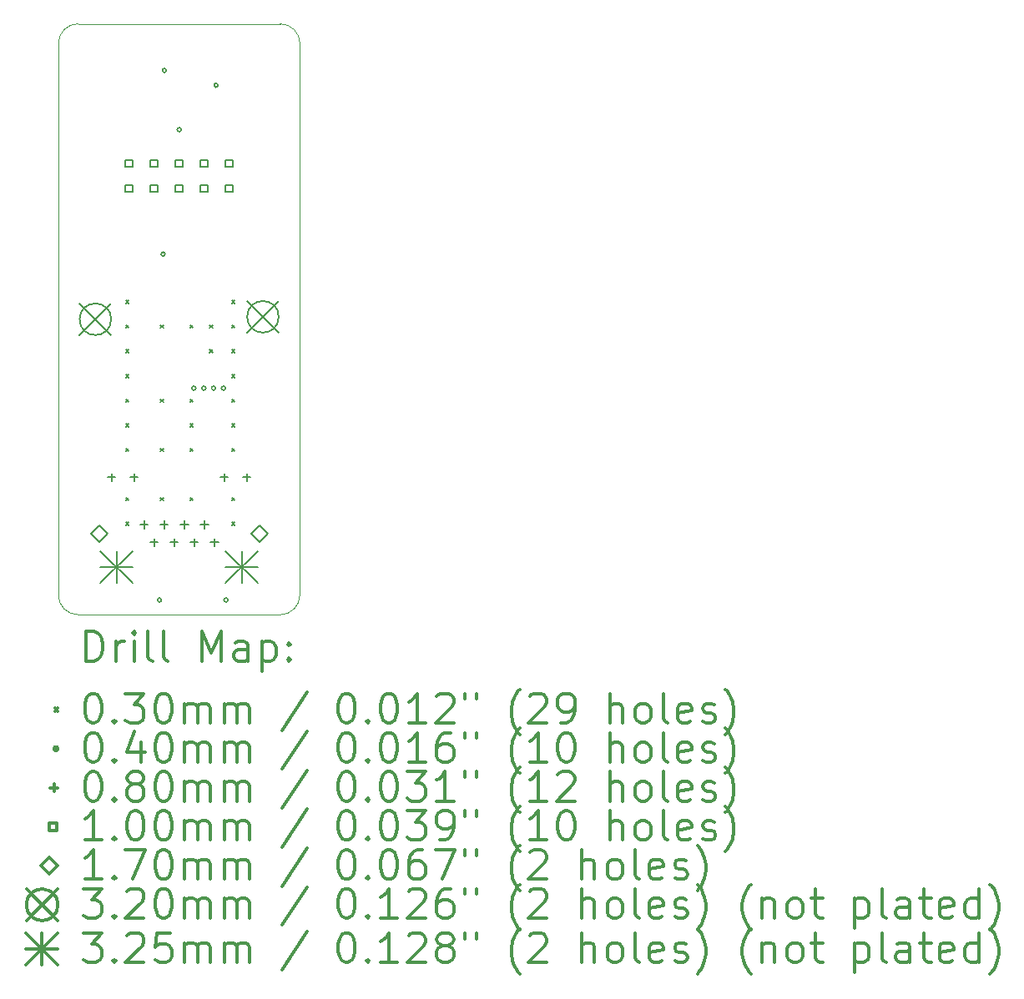
<source format=gbr>
%FSLAX45Y45*%
G04 Gerber Fmt 4.5, Leading zero omitted, Abs format (unit mm)*
G04 Created by KiCad (PCBNEW 5.1.2) date 2019-05-01 14:56:33*
%MOMM*%
%LPD*%
G04 APERTURE LIST*
%ADD10C,0.100000*%
%ADD11C,0.200000*%
%ADD12C,0.300000*%
G04 APERTURE END LIST*
D10*
X200000Y6000000D02*
X2250000Y6000000D01*
X200000Y0D02*
X2250000Y0D01*
X200000Y0D02*
G75*
G02X0Y200000I0J200000D01*
G01*
X2450000Y200000D02*
G75*
G02X2250000Y0I-200000J0D01*
G01*
X2250000Y6000000D02*
G75*
G02X2450000Y5800000I0J-200000D01*
G01*
X0Y5800000D02*
G75*
G02X200000Y6000000I200000J0D01*
G01*
X2450000Y200000D02*
X2450000Y5800000D01*
X0Y5800000D02*
X0Y200000D01*
D11*
X685000Y3190000D02*
X715000Y3160000D01*
X715000Y3190000D02*
X685000Y3160000D01*
X685000Y2940000D02*
X715000Y2910000D01*
X715000Y2940000D02*
X685000Y2910000D01*
X685000Y2690000D02*
X715000Y2660000D01*
X715000Y2690000D02*
X685000Y2660000D01*
X685000Y2440000D02*
X715000Y2410000D01*
X715000Y2440000D02*
X685000Y2410000D01*
X685000Y2190000D02*
X715000Y2160000D01*
X715000Y2190000D02*
X685000Y2160000D01*
X685000Y1940000D02*
X715000Y1910000D01*
X715000Y1940000D02*
X685000Y1910000D01*
X685000Y1690000D02*
X715000Y1660000D01*
X715000Y1690000D02*
X685000Y1660000D01*
X685000Y1190000D02*
X715000Y1160000D01*
X715000Y1190000D02*
X685000Y1160000D01*
X685000Y940000D02*
X715000Y910000D01*
X715000Y940000D02*
X685000Y910000D01*
X1035000Y2940000D02*
X1065000Y2910000D01*
X1065000Y2940000D02*
X1035000Y2910000D01*
X1035000Y2190000D02*
X1065000Y2160000D01*
X1065000Y2190000D02*
X1035000Y2160000D01*
X1035000Y1690000D02*
X1065000Y1660000D01*
X1065000Y1690000D02*
X1035000Y1660000D01*
X1035000Y1190000D02*
X1065000Y1160000D01*
X1065000Y1190000D02*
X1035000Y1160000D01*
X1335000Y2940000D02*
X1365000Y2910000D01*
X1365000Y2940000D02*
X1335000Y2910000D01*
X1335000Y2190000D02*
X1365000Y2160000D01*
X1365000Y2190000D02*
X1335000Y2160000D01*
X1335000Y1940000D02*
X1365000Y1910000D01*
X1365000Y1940000D02*
X1335000Y1910000D01*
X1335000Y1690000D02*
X1365000Y1660000D01*
X1365000Y1690000D02*
X1335000Y1660000D01*
X1335000Y1190000D02*
X1365000Y1160000D01*
X1365000Y1190000D02*
X1335000Y1160000D01*
X1535000Y2940000D02*
X1565000Y2910000D01*
X1565000Y2940000D02*
X1535000Y2910000D01*
X1535000Y2690000D02*
X1565000Y2660000D01*
X1565000Y2690000D02*
X1535000Y2660000D01*
X1760000Y3190000D02*
X1790000Y3160000D01*
X1790000Y3190000D02*
X1760000Y3160000D01*
X1760000Y2940000D02*
X1790000Y2910000D01*
X1790000Y2940000D02*
X1760000Y2910000D01*
X1760000Y2690000D02*
X1790000Y2660000D01*
X1790000Y2690000D02*
X1760000Y2660000D01*
X1760000Y2440000D02*
X1790000Y2410000D01*
X1790000Y2440000D02*
X1760000Y2410000D01*
X1760000Y2190000D02*
X1790000Y2160000D01*
X1790000Y2190000D02*
X1760000Y2160000D01*
X1760000Y1940000D02*
X1790000Y1910000D01*
X1790000Y1940000D02*
X1760000Y1910000D01*
X1760000Y1690000D02*
X1790000Y1660000D01*
X1790000Y1690000D02*
X1760000Y1660000D01*
X1760000Y1190000D02*
X1790000Y1160000D01*
X1790000Y1190000D02*
X1760000Y1160000D01*
X1760000Y940000D02*
X1790000Y910000D01*
X1790000Y940000D02*
X1760000Y910000D01*
X1045000Y150000D02*
G75*
G03X1045000Y150000I-20000J0D01*
G01*
X1082500Y3662500D02*
G75*
G03X1082500Y3662500I-20000J0D01*
G01*
X1095000Y5525000D02*
G75*
G03X1095000Y5525000I-20000J0D01*
G01*
X1245000Y4925000D02*
G75*
G03X1245000Y4925000I-20000J0D01*
G01*
X1395000Y2300000D02*
G75*
G03X1395000Y2300000I-20000J0D01*
G01*
X1496110Y2300000D02*
G75*
G03X1496110Y2300000I-20000J0D01*
G01*
X1593890Y2300000D02*
G75*
G03X1593890Y2300000I-20000J0D01*
G01*
X1620000Y5375000D02*
G75*
G03X1620000Y5375000I-20000J0D01*
G01*
X1695000Y2300000D02*
G75*
G03X1695000Y2300000I-20000J0D01*
G01*
X1720000Y150000D02*
G75*
G03X1720000Y150000I-20000J0D01*
G01*
X539000Y1436000D02*
X539000Y1356000D01*
X499000Y1396000D02*
X579000Y1396000D01*
X768000Y1436000D02*
X768000Y1356000D01*
X728000Y1396000D02*
X808000Y1396000D01*
X868000Y954000D02*
X868000Y874000D01*
X828000Y914000D02*
X908000Y914000D01*
X970000Y776000D02*
X970000Y696000D01*
X930000Y736000D02*
X1010000Y736000D01*
X1072000Y954000D02*
X1072000Y874000D01*
X1032000Y914000D02*
X1112000Y914000D01*
X1174000Y776000D02*
X1174000Y696000D01*
X1134000Y736000D02*
X1214000Y736000D01*
X1277000Y954000D02*
X1277000Y874000D01*
X1237000Y914000D02*
X1317000Y914000D01*
X1378000Y776000D02*
X1378000Y696000D01*
X1338000Y736000D02*
X1418000Y736000D01*
X1480000Y954000D02*
X1480000Y874000D01*
X1440000Y914000D02*
X1520000Y914000D01*
X1582000Y776000D02*
X1582000Y696000D01*
X1542000Y736000D02*
X1622000Y736000D01*
X1682000Y1436000D02*
X1682000Y1356000D01*
X1642000Y1396000D02*
X1722000Y1396000D01*
X1911000Y1436000D02*
X1911000Y1356000D01*
X1871000Y1396000D02*
X1951000Y1396000D01*
X752356Y4546644D02*
X752356Y4617356D01*
X681644Y4617356D01*
X681644Y4546644D01*
X752356Y4546644D01*
X752356Y4292644D02*
X752356Y4363356D01*
X681644Y4363356D01*
X681644Y4292644D01*
X752356Y4292644D01*
X1006356Y4546644D02*
X1006356Y4617356D01*
X935644Y4617356D01*
X935644Y4546644D01*
X1006356Y4546644D01*
X1006356Y4292644D02*
X1006356Y4363356D01*
X935644Y4363356D01*
X935644Y4292644D01*
X1006356Y4292644D01*
X1260356Y4546644D02*
X1260356Y4617356D01*
X1189644Y4617356D01*
X1189644Y4546644D01*
X1260356Y4546644D01*
X1260356Y4292644D02*
X1260356Y4363356D01*
X1189644Y4363356D01*
X1189644Y4292644D01*
X1260356Y4292644D01*
X1514356Y4546644D02*
X1514356Y4617356D01*
X1443644Y4617356D01*
X1443644Y4546644D01*
X1514356Y4546644D01*
X1514356Y4292644D02*
X1514356Y4363356D01*
X1443644Y4363356D01*
X1443644Y4292644D01*
X1514356Y4292644D01*
X1768356Y4546644D02*
X1768356Y4617356D01*
X1697644Y4617356D01*
X1697644Y4546644D01*
X1768356Y4546644D01*
X1768356Y4292644D02*
X1768356Y4363356D01*
X1697644Y4363356D01*
X1697644Y4292644D01*
X1768356Y4292644D01*
X412500Y740000D02*
X497500Y825000D01*
X412500Y910000D01*
X327500Y825000D01*
X412500Y740000D01*
X2037500Y740000D02*
X2122500Y825000D01*
X2037500Y910000D01*
X1952500Y825000D01*
X2037500Y740000D01*
X1915000Y3185000D02*
X2235000Y2865000D01*
X2235000Y3185000D02*
X1915000Y2865000D01*
X2235000Y3025000D02*
G75*
G03X2235000Y3025000I-160000J0D01*
G01*
X215000Y3160000D02*
X535000Y2840000D01*
X535000Y3160000D02*
X215000Y2840000D01*
X535000Y3000000D02*
G75*
G03X535000Y3000000I-160000J0D01*
G01*
X427500Y644500D02*
X752500Y319500D01*
X752500Y644500D02*
X427500Y319500D01*
X590000Y644500D02*
X590000Y319500D01*
X427500Y482000D02*
X752500Y482000D01*
X1697500Y644500D02*
X2022500Y319500D01*
X2022500Y644500D02*
X1697500Y319500D01*
X1860000Y644500D02*
X1860000Y319500D01*
X1697500Y482000D02*
X2022500Y482000D01*
D12*
X281428Y-470714D02*
X281428Y-170714D01*
X352857Y-170714D01*
X395714Y-185000D01*
X424286Y-213571D01*
X438571Y-242143D01*
X452857Y-299286D01*
X452857Y-342143D01*
X438571Y-399286D01*
X424286Y-427857D01*
X395714Y-456429D01*
X352857Y-470714D01*
X281428Y-470714D01*
X581428Y-470714D02*
X581428Y-270714D01*
X581428Y-327857D02*
X595714Y-299286D01*
X610000Y-285000D01*
X638571Y-270714D01*
X667143Y-270714D01*
X767143Y-470714D02*
X767143Y-270714D01*
X767143Y-170714D02*
X752857Y-185000D01*
X767143Y-199286D01*
X781428Y-185000D01*
X767143Y-170714D01*
X767143Y-199286D01*
X952857Y-470714D02*
X924286Y-456429D01*
X910000Y-427857D01*
X910000Y-170714D01*
X1110000Y-470714D02*
X1081428Y-456429D01*
X1067143Y-427857D01*
X1067143Y-170714D01*
X1452857Y-470714D02*
X1452857Y-170714D01*
X1552857Y-385000D01*
X1652857Y-170714D01*
X1652857Y-470714D01*
X1924286Y-470714D02*
X1924286Y-313572D01*
X1910000Y-285000D01*
X1881428Y-270714D01*
X1824286Y-270714D01*
X1795714Y-285000D01*
X1924286Y-456429D02*
X1895714Y-470714D01*
X1824286Y-470714D01*
X1795714Y-456429D01*
X1781428Y-427857D01*
X1781428Y-399286D01*
X1795714Y-370714D01*
X1824286Y-356429D01*
X1895714Y-356429D01*
X1924286Y-342143D01*
X2067143Y-270714D02*
X2067143Y-570714D01*
X2067143Y-285000D02*
X2095714Y-270714D01*
X2152857Y-270714D01*
X2181428Y-285000D01*
X2195714Y-299286D01*
X2210000Y-327857D01*
X2210000Y-413571D01*
X2195714Y-442143D01*
X2181428Y-456429D01*
X2152857Y-470714D01*
X2095714Y-470714D01*
X2067143Y-456429D01*
X2338571Y-442143D02*
X2352857Y-456429D01*
X2338571Y-470714D01*
X2324286Y-456429D01*
X2338571Y-442143D01*
X2338571Y-470714D01*
X2338571Y-285000D02*
X2352857Y-299286D01*
X2338571Y-313572D01*
X2324286Y-299286D01*
X2338571Y-285000D01*
X2338571Y-313572D01*
X-35000Y-950000D02*
X-5000Y-980000D01*
X-5000Y-950000D02*
X-35000Y-980000D01*
X338571Y-800714D02*
X367143Y-800714D01*
X395714Y-815000D01*
X410000Y-829286D01*
X424286Y-857857D01*
X438571Y-915000D01*
X438571Y-986429D01*
X424286Y-1043571D01*
X410000Y-1072143D01*
X395714Y-1086429D01*
X367143Y-1100714D01*
X338571Y-1100714D01*
X310000Y-1086429D01*
X295714Y-1072143D01*
X281428Y-1043571D01*
X267143Y-986429D01*
X267143Y-915000D01*
X281428Y-857857D01*
X295714Y-829286D01*
X310000Y-815000D01*
X338571Y-800714D01*
X567143Y-1072143D02*
X581428Y-1086429D01*
X567143Y-1100714D01*
X552857Y-1086429D01*
X567143Y-1072143D01*
X567143Y-1100714D01*
X681428Y-800714D02*
X867143Y-800714D01*
X767143Y-915000D01*
X810000Y-915000D01*
X838571Y-929286D01*
X852857Y-943571D01*
X867143Y-972143D01*
X867143Y-1043571D01*
X852857Y-1072143D01*
X838571Y-1086429D01*
X810000Y-1100714D01*
X724286Y-1100714D01*
X695714Y-1086429D01*
X681428Y-1072143D01*
X1052857Y-800714D02*
X1081428Y-800714D01*
X1110000Y-815000D01*
X1124286Y-829286D01*
X1138571Y-857857D01*
X1152857Y-915000D01*
X1152857Y-986429D01*
X1138571Y-1043571D01*
X1124286Y-1072143D01*
X1110000Y-1086429D01*
X1081428Y-1100714D01*
X1052857Y-1100714D01*
X1024286Y-1086429D01*
X1010000Y-1072143D01*
X995714Y-1043571D01*
X981428Y-986429D01*
X981428Y-915000D01*
X995714Y-857857D01*
X1010000Y-829286D01*
X1024286Y-815000D01*
X1052857Y-800714D01*
X1281428Y-1100714D02*
X1281428Y-900714D01*
X1281428Y-929286D02*
X1295714Y-915000D01*
X1324286Y-900714D01*
X1367143Y-900714D01*
X1395714Y-915000D01*
X1410000Y-943571D01*
X1410000Y-1100714D01*
X1410000Y-943571D02*
X1424286Y-915000D01*
X1452857Y-900714D01*
X1495714Y-900714D01*
X1524286Y-915000D01*
X1538571Y-943571D01*
X1538571Y-1100714D01*
X1681428Y-1100714D02*
X1681428Y-900714D01*
X1681428Y-929286D02*
X1695714Y-915000D01*
X1724286Y-900714D01*
X1767143Y-900714D01*
X1795714Y-915000D01*
X1810000Y-943571D01*
X1810000Y-1100714D01*
X1810000Y-943571D02*
X1824286Y-915000D01*
X1852857Y-900714D01*
X1895714Y-900714D01*
X1924286Y-915000D01*
X1938571Y-943571D01*
X1938571Y-1100714D01*
X2524286Y-786429D02*
X2267143Y-1172143D01*
X2910000Y-800714D02*
X2938571Y-800714D01*
X2967143Y-815000D01*
X2981428Y-829286D01*
X2995714Y-857857D01*
X3010000Y-915000D01*
X3010000Y-986429D01*
X2995714Y-1043571D01*
X2981428Y-1072143D01*
X2967143Y-1086429D01*
X2938571Y-1100714D01*
X2910000Y-1100714D01*
X2881428Y-1086429D01*
X2867143Y-1072143D01*
X2852857Y-1043571D01*
X2838571Y-986429D01*
X2838571Y-915000D01*
X2852857Y-857857D01*
X2867143Y-829286D01*
X2881428Y-815000D01*
X2910000Y-800714D01*
X3138571Y-1072143D02*
X3152857Y-1086429D01*
X3138571Y-1100714D01*
X3124286Y-1086429D01*
X3138571Y-1072143D01*
X3138571Y-1100714D01*
X3338571Y-800714D02*
X3367143Y-800714D01*
X3395714Y-815000D01*
X3410000Y-829286D01*
X3424286Y-857857D01*
X3438571Y-915000D01*
X3438571Y-986429D01*
X3424286Y-1043571D01*
X3410000Y-1072143D01*
X3395714Y-1086429D01*
X3367143Y-1100714D01*
X3338571Y-1100714D01*
X3310000Y-1086429D01*
X3295714Y-1072143D01*
X3281428Y-1043571D01*
X3267143Y-986429D01*
X3267143Y-915000D01*
X3281428Y-857857D01*
X3295714Y-829286D01*
X3310000Y-815000D01*
X3338571Y-800714D01*
X3724286Y-1100714D02*
X3552857Y-1100714D01*
X3638571Y-1100714D02*
X3638571Y-800714D01*
X3610000Y-843571D01*
X3581428Y-872143D01*
X3552857Y-886429D01*
X3838571Y-829286D02*
X3852857Y-815000D01*
X3881428Y-800714D01*
X3952857Y-800714D01*
X3981428Y-815000D01*
X3995714Y-829286D01*
X4010000Y-857857D01*
X4010000Y-886429D01*
X3995714Y-929286D01*
X3824286Y-1100714D01*
X4010000Y-1100714D01*
X4124286Y-800714D02*
X4124286Y-857857D01*
X4238571Y-800714D02*
X4238571Y-857857D01*
X4681428Y-1215000D02*
X4667143Y-1200714D01*
X4638571Y-1157857D01*
X4624286Y-1129286D01*
X4610000Y-1086429D01*
X4595714Y-1015000D01*
X4595714Y-957857D01*
X4610000Y-886429D01*
X4624286Y-843571D01*
X4638571Y-815000D01*
X4667143Y-772143D01*
X4681428Y-757857D01*
X4781428Y-829286D02*
X4795714Y-815000D01*
X4824286Y-800714D01*
X4895714Y-800714D01*
X4924286Y-815000D01*
X4938571Y-829286D01*
X4952857Y-857857D01*
X4952857Y-886429D01*
X4938571Y-929286D01*
X4767143Y-1100714D01*
X4952857Y-1100714D01*
X5095714Y-1100714D02*
X5152857Y-1100714D01*
X5181428Y-1086429D01*
X5195714Y-1072143D01*
X5224286Y-1029286D01*
X5238571Y-972143D01*
X5238571Y-857857D01*
X5224286Y-829286D01*
X5210000Y-815000D01*
X5181428Y-800714D01*
X5124286Y-800714D01*
X5095714Y-815000D01*
X5081428Y-829286D01*
X5067143Y-857857D01*
X5067143Y-929286D01*
X5081428Y-957857D01*
X5095714Y-972143D01*
X5124286Y-986429D01*
X5181428Y-986429D01*
X5210000Y-972143D01*
X5224286Y-957857D01*
X5238571Y-929286D01*
X5595714Y-1100714D02*
X5595714Y-800714D01*
X5724286Y-1100714D02*
X5724286Y-943571D01*
X5710000Y-915000D01*
X5681428Y-900714D01*
X5638571Y-900714D01*
X5610000Y-915000D01*
X5595714Y-929286D01*
X5910000Y-1100714D02*
X5881428Y-1086429D01*
X5867143Y-1072143D01*
X5852857Y-1043571D01*
X5852857Y-957857D01*
X5867143Y-929286D01*
X5881428Y-915000D01*
X5910000Y-900714D01*
X5952857Y-900714D01*
X5981428Y-915000D01*
X5995714Y-929286D01*
X6010000Y-957857D01*
X6010000Y-1043571D01*
X5995714Y-1072143D01*
X5981428Y-1086429D01*
X5952857Y-1100714D01*
X5910000Y-1100714D01*
X6181428Y-1100714D02*
X6152857Y-1086429D01*
X6138571Y-1057857D01*
X6138571Y-800714D01*
X6410000Y-1086429D02*
X6381428Y-1100714D01*
X6324286Y-1100714D01*
X6295714Y-1086429D01*
X6281428Y-1057857D01*
X6281428Y-943571D01*
X6295714Y-915000D01*
X6324286Y-900714D01*
X6381428Y-900714D01*
X6410000Y-915000D01*
X6424286Y-943571D01*
X6424286Y-972143D01*
X6281428Y-1000714D01*
X6538571Y-1086429D02*
X6567143Y-1100714D01*
X6624286Y-1100714D01*
X6652857Y-1086429D01*
X6667143Y-1057857D01*
X6667143Y-1043571D01*
X6652857Y-1015000D01*
X6624286Y-1000714D01*
X6581428Y-1000714D01*
X6552857Y-986429D01*
X6538571Y-957857D01*
X6538571Y-943571D01*
X6552857Y-915000D01*
X6581428Y-900714D01*
X6624286Y-900714D01*
X6652857Y-915000D01*
X6767143Y-1215000D02*
X6781428Y-1200714D01*
X6810000Y-1157857D01*
X6824286Y-1129286D01*
X6838571Y-1086429D01*
X6852857Y-1015000D01*
X6852857Y-957857D01*
X6838571Y-886429D01*
X6824286Y-843571D01*
X6810000Y-815000D01*
X6781428Y-772143D01*
X6767143Y-757857D01*
X-5000Y-1361000D02*
G75*
G03X-5000Y-1361000I-20000J0D01*
G01*
X338571Y-1196714D02*
X367143Y-1196714D01*
X395714Y-1211000D01*
X410000Y-1225286D01*
X424286Y-1253857D01*
X438571Y-1311000D01*
X438571Y-1382429D01*
X424286Y-1439571D01*
X410000Y-1468143D01*
X395714Y-1482429D01*
X367143Y-1496714D01*
X338571Y-1496714D01*
X310000Y-1482429D01*
X295714Y-1468143D01*
X281428Y-1439571D01*
X267143Y-1382429D01*
X267143Y-1311000D01*
X281428Y-1253857D01*
X295714Y-1225286D01*
X310000Y-1211000D01*
X338571Y-1196714D01*
X567143Y-1468143D02*
X581428Y-1482429D01*
X567143Y-1496714D01*
X552857Y-1482429D01*
X567143Y-1468143D01*
X567143Y-1496714D01*
X838571Y-1296714D02*
X838571Y-1496714D01*
X767143Y-1182429D02*
X695714Y-1396714D01*
X881428Y-1396714D01*
X1052857Y-1196714D02*
X1081428Y-1196714D01*
X1110000Y-1211000D01*
X1124286Y-1225286D01*
X1138571Y-1253857D01*
X1152857Y-1311000D01*
X1152857Y-1382429D01*
X1138571Y-1439571D01*
X1124286Y-1468143D01*
X1110000Y-1482429D01*
X1081428Y-1496714D01*
X1052857Y-1496714D01*
X1024286Y-1482429D01*
X1010000Y-1468143D01*
X995714Y-1439571D01*
X981428Y-1382429D01*
X981428Y-1311000D01*
X995714Y-1253857D01*
X1010000Y-1225286D01*
X1024286Y-1211000D01*
X1052857Y-1196714D01*
X1281428Y-1496714D02*
X1281428Y-1296714D01*
X1281428Y-1325286D02*
X1295714Y-1311000D01*
X1324286Y-1296714D01*
X1367143Y-1296714D01*
X1395714Y-1311000D01*
X1410000Y-1339572D01*
X1410000Y-1496714D01*
X1410000Y-1339572D02*
X1424286Y-1311000D01*
X1452857Y-1296714D01*
X1495714Y-1296714D01*
X1524286Y-1311000D01*
X1538571Y-1339572D01*
X1538571Y-1496714D01*
X1681428Y-1496714D02*
X1681428Y-1296714D01*
X1681428Y-1325286D02*
X1695714Y-1311000D01*
X1724286Y-1296714D01*
X1767143Y-1296714D01*
X1795714Y-1311000D01*
X1810000Y-1339572D01*
X1810000Y-1496714D01*
X1810000Y-1339572D02*
X1824286Y-1311000D01*
X1852857Y-1296714D01*
X1895714Y-1296714D01*
X1924286Y-1311000D01*
X1938571Y-1339572D01*
X1938571Y-1496714D01*
X2524286Y-1182429D02*
X2267143Y-1568143D01*
X2910000Y-1196714D02*
X2938571Y-1196714D01*
X2967143Y-1211000D01*
X2981428Y-1225286D01*
X2995714Y-1253857D01*
X3010000Y-1311000D01*
X3010000Y-1382429D01*
X2995714Y-1439571D01*
X2981428Y-1468143D01*
X2967143Y-1482429D01*
X2938571Y-1496714D01*
X2910000Y-1496714D01*
X2881428Y-1482429D01*
X2867143Y-1468143D01*
X2852857Y-1439571D01*
X2838571Y-1382429D01*
X2838571Y-1311000D01*
X2852857Y-1253857D01*
X2867143Y-1225286D01*
X2881428Y-1211000D01*
X2910000Y-1196714D01*
X3138571Y-1468143D02*
X3152857Y-1482429D01*
X3138571Y-1496714D01*
X3124286Y-1482429D01*
X3138571Y-1468143D01*
X3138571Y-1496714D01*
X3338571Y-1196714D02*
X3367143Y-1196714D01*
X3395714Y-1211000D01*
X3410000Y-1225286D01*
X3424286Y-1253857D01*
X3438571Y-1311000D01*
X3438571Y-1382429D01*
X3424286Y-1439571D01*
X3410000Y-1468143D01*
X3395714Y-1482429D01*
X3367143Y-1496714D01*
X3338571Y-1496714D01*
X3310000Y-1482429D01*
X3295714Y-1468143D01*
X3281428Y-1439571D01*
X3267143Y-1382429D01*
X3267143Y-1311000D01*
X3281428Y-1253857D01*
X3295714Y-1225286D01*
X3310000Y-1211000D01*
X3338571Y-1196714D01*
X3724286Y-1496714D02*
X3552857Y-1496714D01*
X3638571Y-1496714D02*
X3638571Y-1196714D01*
X3610000Y-1239572D01*
X3581428Y-1268143D01*
X3552857Y-1282429D01*
X3981428Y-1196714D02*
X3924286Y-1196714D01*
X3895714Y-1211000D01*
X3881428Y-1225286D01*
X3852857Y-1268143D01*
X3838571Y-1325286D01*
X3838571Y-1439571D01*
X3852857Y-1468143D01*
X3867143Y-1482429D01*
X3895714Y-1496714D01*
X3952857Y-1496714D01*
X3981428Y-1482429D01*
X3995714Y-1468143D01*
X4010000Y-1439571D01*
X4010000Y-1368143D01*
X3995714Y-1339572D01*
X3981428Y-1325286D01*
X3952857Y-1311000D01*
X3895714Y-1311000D01*
X3867143Y-1325286D01*
X3852857Y-1339572D01*
X3838571Y-1368143D01*
X4124286Y-1196714D02*
X4124286Y-1253857D01*
X4238571Y-1196714D02*
X4238571Y-1253857D01*
X4681428Y-1611000D02*
X4667143Y-1596714D01*
X4638571Y-1553857D01*
X4624286Y-1525286D01*
X4610000Y-1482429D01*
X4595714Y-1411000D01*
X4595714Y-1353857D01*
X4610000Y-1282429D01*
X4624286Y-1239572D01*
X4638571Y-1211000D01*
X4667143Y-1168143D01*
X4681428Y-1153857D01*
X4952857Y-1496714D02*
X4781428Y-1496714D01*
X4867143Y-1496714D02*
X4867143Y-1196714D01*
X4838571Y-1239572D01*
X4810000Y-1268143D01*
X4781428Y-1282429D01*
X5138571Y-1196714D02*
X5167143Y-1196714D01*
X5195714Y-1211000D01*
X5210000Y-1225286D01*
X5224286Y-1253857D01*
X5238571Y-1311000D01*
X5238571Y-1382429D01*
X5224286Y-1439571D01*
X5210000Y-1468143D01*
X5195714Y-1482429D01*
X5167143Y-1496714D01*
X5138571Y-1496714D01*
X5110000Y-1482429D01*
X5095714Y-1468143D01*
X5081428Y-1439571D01*
X5067143Y-1382429D01*
X5067143Y-1311000D01*
X5081428Y-1253857D01*
X5095714Y-1225286D01*
X5110000Y-1211000D01*
X5138571Y-1196714D01*
X5595714Y-1496714D02*
X5595714Y-1196714D01*
X5724286Y-1496714D02*
X5724286Y-1339572D01*
X5710000Y-1311000D01*
X5681428Y-1296714D01*
X5638571Y-1296714D01*
X5610000Y-1311000D01*
X5595714Y-1325286D01*
X5910000Y-1496714D02*
X5881428Y-1482429D01*
X5867143Y-1468143D01*
X5852857Y-1439571D01*
X5852857Y-1353857D01*
X5867143Y-1325286D01*
X5881428Y-1311000D01*
X5910000Y-1296714D01*
X5952857Y-1296714D01*
X5981428Y-1311000D01*
X5995714Y-1325286D01*
X6010000Y-1353857D01*
X6010000Y-1439571D01*
X5995714Y-1468143D01*
X5981428Y-1482429D01*
X5952857Y-1496714D01*
X5910000Y-1496714D01*
X6181428Y-1496714D02*
X6152857Y-1482429D01*
X6138571Y-1453857D01*
X6138571Y-1196714D01*
X6410000Y-1482429D02*
X6381428Y-1496714D01*
X6324286Y-1496714D01*
X6295714Y-1482429D01*
X6281428Y-1453857D01*
X6281428Y-1339572D01*
X6295714Y-1311000D01*
X6324286Y-1296714D01*
X6381428Y-1296714D01*
X6410000Y-1311000D01*
X6424286Y-1339572D01*
X6424286Y-1368143D01*
X6281428Y-1396714D01*
X6538571Y-1482429D02*
X6567143Y-1496714D01*
X6624286Y-1496714D01*
X6652857Y-1482429D01*
X6667143Y-1453857D01*
X6667143Y-1439571D01*
X6652857Y-1411000D01*
X6624286Y-1396714D01*
X6581428Y-1396714D01*
X6552857Y-1382429D01*
X6538571Y-1353857D01*
X6538571Y-1339572D01*
X6552857Y-1311000D01*
X6581428Y-1296714D01*
X6624286Y-1296714D01*
X6652857Y-1311000D01*
X6767143Y-1611000D02*
X6781428Y-1596714D01*
X6810000Y-1553857D01*
X6824286Y-1525286D01*
X6838571Y-1482429D01*
X6852857Y-1411000D01*
X6852857Y-1353857D01*
X6838571Y-1282429D01*
X6824286Y-1239572D01*
X6810000Y-1211000D01*
X6781428Y-1168143D01*
X6767143Y-1153857D01*
X-45000Y-1717000D02*
X-45000Y-1797000D01*
X-85000Y-1757000D02*
X-5000Y-1757000D01*
X338571Y-1592714D02*
X367143Y-1592714D01*
X395714Y-1607000D01*
X410000Y-1621286D01*
X424286Y-1649857D01*
X438571Y-1707000D01*
X438571Y-1778429D01*
X424286Y-1835571D01*
X410000Y-1864143D01*
X395714Y-1878429D01*
X367143Y-1892714D01*
X338571Y-1892714D01*
X310000Y-1878429D01*
X295714Y-1864143D01*
X281428Y-1835571D01*
X267143Y-1778429D01*
X267143Y-1707000D01*
X281428Y-1649857D01*
X295714Y-1621286D01*
X310000Y-1607000D01*
X338571Y-1592714D01*
X567143Y-1864143D02*
X581428Y-1878429D01*
X567143Y-1892714D01*
X552857Y-1878429D01*
X567143Y-1864143D01*
X567143Y-1892714D01*
X752857Y-1721286D02*
X724286Y-1707000D01*
X710000Y-1692714D01*
X695714Y-1664143D01*
X695714Y-1649857D01*
X710000Y-1621286D01*
X724286Y-1607000D01*
X752857Y-1592714D01*
X810000Y-1592714D01*
X838571Y-1607000D01*
X852857Y-1621286D01*
X867143Y-1649857D01*
X867143Y-1664143D01*
X852857Y-1692714D01*
X838571Y-1707000D01*
X810000Y-1721286D01*
X752857Y-1721286D01*
X724286Y-1735571D01*
X710000Y-1749857D01*
X695714Y-1778429D01*
X695714Y-1835571D01*
X710000Y-1864143D01*
X724286Y-1878429D01*
X752857Y-1892714D01*
X810000Y-1892714D01*
X838571Y-1878429D01*
X852857Y-1864143D01*
X867143Y-1835571D01*
X867143Y-1778429D01*
X852857Y-1749857D01*
X838571Y-1735571D01*
X810000Y-1721286D01*
X1052857Y-1592714D02*
X1081428Y-1592714D01*
X1110000Y-1607000D01*
X1124286Y-1621286D01*
X1138571Y-1649857D01*
X1152857Y-1707000D01*
X1152857Y-1778429D01*
X1138571Y-1835571D01*
X1124286Y-1864143D01*
X1110000Y-1878429D01*
X1081428Y-1892714D01*
X1052857Y-1892714D01*
X1024286Y-1878429D01*
X1010000Y-1864143D01*
X995714Y-1835571D01*
X981428Y-1778429D01*
X981428Y-1707000D01*
X995714Y-1649857D01*
X1010000Y-1621286D01*
X1024286Y-1607000D01*
X1052857Y-1592714D01*
X1281428Y-1892714D02*
X1281428Y-1692714D01*
X1281428Y-1721286D02*
X1295714Y-1707000D01*
X1324286Y-1692714D01*
X1367143Y-1692714D01*
X1395714Y-1707000D01*
X1410000Y-1735571D01*
X1410000Y-1892714D01*
X1410000Y-1735571D02*
X1424286Y-1707000D01*
X1452857Y-1692714D01*
X1495714Y-1692714D01*
X1524286Y-1707000D01*
X1538571Y-1735571D01*
X1538571Y-1892714D01*
X1681428Y-1892714D02*
X1681428Y-1692714D01*
X1681428Y-1721286D02*
X1695714Y-1707000D01*
X1724286Y-1692714D01*
X1767143Y-1692714D01*
X1795714Y-1707000D01*
X1810000Y-1735571D01*
X1810000Y-1892714D01*
X1810000Y-1735571D02*
X1824286Y-1707000D01*
X1852857Y-1692714D01*
X1895714Y-1692714D01*
X1924286Y-1707000D01*
X1938571Y-1735571D01*
X1938571Y-1892714D01*
X2524286Y-1578429D02*
X2267143Y-1964143D01*
X2910000Y-1592714D02*
X2938571Y-1592714D01*
X2967143Y-1607000D01*
X2981428Y-1621286D01*
X2995714Y-1649857D01*
X3010000Y-1707000D01*
X3010000Y-1778429D01*
X2995714Y-1835571D01*
X2981428Y-1864143D01*
X2967143Y-1878429D01*
X2938571Y-1892714D01*
X2910000Y-1892714D01*
X2881428Y-1878429D01*
X2867143Y-1864143D01*
X2852857Y-1835571D01*
X2838571Y-1778429D01*
X2838571Y-1707000D01*
X2852857Y-1649857D01*
X2867143Y-1621286D01*
X2881428Y-1607000D01*
X2910000Y-1592714D01*
X3138571Y-1864143D02*
X3152857Y-1878429D01*
X3138571Y-1892714D01*
X3124286Y-1878429D01*
X3138571Y-1864143D01*
X3138571Y-1892714D01*
X3338571Y-1592714D02*
X3367143Y-1592714D01*
X3395714Y-1607000D01*
X3410000Y-1621286D01*
X3424286Y-1649857D01*
X3438571Y-1707000D01*
X3438571Y-1778429D01*
X3424286Y-1835571D01*
X3410000Y-1864143D01*
X3395714Y-1878429D01*
X3367143Y-1892714D01*
X3338571Y-1892714D01*
X3310000Y-1878429D01*
X3295714Y-1864143D01*
X3281428Y-1835571D01*
X3267143Y-1778429D01*
X3267143Y-1707000D01*
X3281428Y-1649857D01*
X3295714Y-1621286D01*
X3310000Y-1607000D01*
X3338571Y-1592714D01*
X3538571Y-1592714D02*
X3724286Y-1592714D01*
X3624286Y-1707000D01*
X3667143Y-1707000D01*
X3695714Y-1721286D01*
X3710000Y-1735571D01*
X3724286Y-1764143D01*
X3724286Y-1835571D01*
X3710000Y-1864143D01*
X3695714Y-1878429D01*
X3667143Y-1892714D01*
X3581428Y-1892714D01*
X3552857Y-1878429D01*
X3538571Y-1864143D01*
X4010000Y-1892714D02*
X3838571Y-1892714D01*
X3924286Y-1892714D02*
X3924286Y-1592714D01*
X3895714Y-1635571D01*
X3867143Y-1664143D01*
X3838571Y-1678429D01*
X4124286Y-1592714D02*
X4124286Y-1649857D01*
X4238571Y-1592714D02*
X4238571Y-1649857D01*
X4681428Y-2007000D02*
X4667143Y-1992714D01*
X4638571Y-1949857D01*
X4624286Y-1921286D01*
X4610000Y-1878429D01*
X4595714Y-1807000D01*
X4595714Y-1749857D01*
X4610000Y-1678429D01*
X4624286Y-1635571D01*
X4638571Y-1607000D01*
X4667143Y-1564143D01*
X4681428Y-1549857D01*
X4952857Y-1892714D02*
X4781428Y-1892714D01*
X4867143Y-1892714D02*
X4867143Y-1592714D01*
X4838571Y-1635571D01*
X4810000Y-1664143D01*
X4781428Y-1678429D01*
X5067143Y-1621286D02*
X5081428Y-1607000D01*
X5110000Y-1592714D01*
X5181428Y-1592714D01*
X5210000Y-1607000D01*
X5224286Y-1621286D01*
X5238571Y-1649857D01*
X5238571Y-1678429D01*
X5224286Y-1721286D01*
X5052857Y-1892714D01*
X5238571Y-1892714D01*
X5595714Y-1892714D02*
X5595714Y-1592714D01*
X5724286Y-1892714D02*
X5724286Y-1735571D01*
X5710000Y-1707000D01*
X5681428Y-1692714D01*
X5638571Y-1692714D01*
X5610000Y-1707000D01*
X5595714Y-1721286D01*
X5910000Y-1892714D02*
X5881428Y-1878429D01*
X5867143Y-1864143D01*
X5852857Y-1835571D01*
X5852857Y-1749857D01*
X5867143Y-1721286D01*
X5881428Y-1707000D01*
X5910000Y-1692714D01*
X5952857Y-1692714D01*
X5981428Y-1707000D01*
X5995714Y-1721286D01*
X6010000Y-1749857D01*
X6010000Y-1835571D01*
X5995714Y-1864143D01*
X5981428Y-1878429D01*
X5952857Y-1892714D01*
X5910000Y-1892714D01*
X6181428Y-1892714D02*
X6152857Y-1878429D01*
X6138571Y-1849857D01*
X6138571Y-1592714D01*
X6410000Y-1878429D02*
X6381428Y-1892714D01*
X6324286Y-1892714D01*
X6295714Y-1878429D01*
X6281428Y-1849857D01*
X6281428Y-1735571D01*
X6295714Y-1707000D01*
X6324286Y-1692714D01*
X6381428Y-1692714D01*
X6410000Y-1707000D01*
X6424286Y-1735571D01*
X6424286Y-1764143D01*
X6281428Y-1792714D01*
X6538571Y-1878429D02*
X6567143Y-1892714D01*
X6624286Y-1892714D01*
X6652857Y-1878429D01*
X6667143Y-1849857D01*
X6667143Y-1835571D01*
X6652857Y-1807000D01*
X6624286Y-1792714D01*
X6581428Y-1792714D01*
X6552857Y-1778429D01*
X6538571Y-1749857D01*
X6538571Y-1735571D01*
X6552857Y-1707000D01*
X6581428Y-1692714D01*
X6624286Y-1692714D01*
X6652857Y-1707000D01*
X6767143Y-2007000D02*
X6781428Y-1992714D01*
X6810000Y-1949857D01*
X6824286Y-1921286D01*
X6838571Y-1878429D01*
X6852857Y-1807000D01*
X6852857Y-1749857D01*
X6838571Y-1678429D01*
X6824286Y-1635571D01*
X6810000Y-1607000D01*
X6781428Y-1564143D01*
X6767143Y-1549857D01*
X-19644Y-2188356D02*
X-19644Y-2117644D01*
X-90356Y-2117644D01*
X-90356Y-2188356D01*
X-19644Y-2188356D01*
X438571Y-2288714D02*
X267143Y-2288714D01*
X352857Y-2288714D02*
X352857Y-1988714D01*
X324286Y-2031571D01*
X295714Y-2060143D01*
X267143Y-2074429D01*
X567143Y-2260143D02*
X581428Y-2274429D01*
X567143Y-2288714D01*
X552857Y-2274429D01*
X567143Y-2260143D01*
X567143Y-2288714D01*
X767143Y-1988714D02*
X795714Y-1988714D01*
X824286Y-2003000D01*
X838571Y-2017286D01*
X852857Y-2045857D01*
X867143Y-2103000D01*
X867143Y-2174429D01*
X852857Y-2231572D01*
X838571Y-2260143D01*
X824286Y-2274429D01*
X795714Y-2288714D01*
X767143Y-2288714D01*
X738571Y-2274429D01*
X724286Y-2260143D01*
X710000Y-2231572D01*
X695714Y-2174429D01*
X695714Y-2103000D01*
X710000Y-2045857D01*
X724286Y-2017286D01*
X738571Y-2003000D01*
X767143Y-1988714D01*
X1052857Y-1988714D02*
X1081428Y-1988714D01*
X1110000Y-2003000D01*
X1124286Y-2017286D01*
X1138571Y-2045857D01*
X1152857Y-2103000D01*
X1152857Y-2174429D01*
X1138571Y-2231572D01*
X1124286Y-2260143D01*
X1110000Y-2274429D01*
X1081428Y-2288714D01*
X1052857Y-2288714D01*
X1024286Y-2274429D01*
X1010000Y-2260143D01*
X995714Y-2231572D01*
X981428Y-2174429D01*
X981428Y-2103000D01*
X995714Y-2045857D01*
X1010000Y-2017286D01*
X1024286Y-2003000D01*
X1052857Y-1988714D01*
X1281428Y-2288714D02*
X1281428Y-2088714D01*
X1281428Y-2117286D02*
X1295714Y-2103000D01*
X1324286Y-2088714D01*
X1367143Y-2088714D01*
X1395714Y-2103000D01*
X1410000Y-2131572D01*
X1410000Y-2288714D01*
X1410000Y-2131572D02*
X1424286Y-2103000D01*
X1452857Y-2088714D01*
X1495714Y-2088714D01*
X1524286Y-2103000D01*
X1538571Y-2131572D01*
X1538571Y-2288714D01*
X1681428Y-2288714D02*
X1681428Y-2088714D01*
X1681428Y-2117286D02*
X1695714Y-2103000D01*
X1724286Y-2088714D01*
X1767143Y-2088714D01*
X1795714Y-2103000D01*
X1810000Y-2131572D01*
X1810000Y-2288714D01*
X1810000Y-2131572D02*
X1824286Y-2103000D01*
X1852857Y-2088714D01*
X1895714Y-2088714D01*
X1924286Y-2103000D01*
X1938571Y-2131572D01*
X1938571Y-2288714D01*
X2524286Y-1974429D02*
X2267143Y-2360143D01*
X2910000Y-1988714D02*
X2938571Y-1988714D01*
X2967143Y-2003000D01*
X2981428Y-2017286D01*
X2995714Y-2045857D01*
X3010000Y-2103000D01*
X3010000Y-2174429D01*
X2995714Y-2231572D01*
X2981428Y-2260143D01*
X2967143Y-2274429D01*
X2938571Y-2288714D01*
X2910000Y-2288714D01*
X2881428Y-2274429D01*
X2867143Y-2260143D01*
X2852857Y-2231572D01*
X2838571Y-2174429D01*
X2838571Y-2103000D01*
X2852857Y-2045857D01*
X2867143Y-2017286D01*
X2881428Y-2003000D01*
X2910000Y-1988714D01*
X3138571Y-2260143D02*
X3152857Y-2274429D01*
X3138571Y-2288714D01*
X3124286Y-2274429D01*
X3138571Y-2260143D01*
X3138571Y-2288714D01*
X3338571Y-1988714D02*
X3367143Y-1988714D01*
X3395714Y-2003000D01*
X3410000Y-2017286D01*
X3424286Y-2045857D01*
X3438571Y-2103000D01*
X3438571Y-2174429D01*
X3424286Y-2231572D01*
X3410000Y-2260143D01*
X3395714Y-2274429D01*
X3367143Y-2288714D01*
X3338571Y-2288714D01*
X3310000Y-2274429D01*
X3295714Y-2260143D01*
X3281428Y-2231572D01*
X3267143Y-2174429D01*
X3267143Y-2103000D01*
X3281428Y-2045857D01*
X3295714Y-2017286D01*
X3310000Y-2003000D01*
X3338571Y-1988714D01*
X3538571Y-1988714D02*
X3724286Y-1988714D01*
X3624286Y-2103000D01*
X3667143Y-2103000D01*
X3695714Y-2117286D01*
X3710000Y-2131572D01*
X3724286Y-2160143D01*
X3724286Y-2231572D01*
X3710000Y-2260143D01*
X3695714Y-2274429D01*
X3667143Y-2288714D01*
X3581428Y-2288714D01*
X3552857Y-2274429D01*
X3538571Y-2260143D01*
X3867143Y-2288714D02*
X3924286Y-2288714D01*
X3952857Y-2274429D01*
X3967143Y-2260143D01*
X3995714Y-2217286D01*
X4010000Y-2160143D01*
X4010000Y-2045857D01*
X3995714Y-2017286D01*
X3981428Y-2003000D01*
X3952857Y-1988714D01*
X3895714Y-1988714D01*
X3867143Y-2003000D01*
X3852857Y-2017286D01*
X3838571Y-2045857D01*
X3838571Y-2117286D01*
X3852857Y-2145857D01*
X3867143Y-2160143D01*
X3895714Y-2174429D01*
X3952857Y-2174429D01*
X3981428Y-2160143D01*
X3995714Y-2145857D01*
X4010000Y-2117286D01*
X4124286Y-1988714D02*
X4124286Y-2045857D01*
X4238571Y-1988714D02*
X4238571Y-2045857D01*
X4681428Y-2403000D02*
X4667143Y-2388714D01*
X4638571Y-2345857D01*
X4624286Y-2317286D01*
X4610000Y-2274429D01*
X4595714Y-2203000D01*
X4595714Y-2145857D01*
X4610000Y-2074429D01*
X4624286Y-2031571D01*
X4638571Y-2003000D01*
X4667143Y-1960143D01*
X4681428Y-1945857D01*
X4952857Y-2288714D02*
X4781428Y-2288714D01*
X4867143Y-2288714D02*
X4867143Y-1988714D01*
X4838571Y-2031571D01*
X4810000Y-2060143D01*
X4781428Y-2074429D01*
X5138571Y-1988714D02*
X5167143Y-1988714D01*
X5195714Y-2003000D01*
X5210000Y-2017286D01*
X5224286Y-2045857D01*
X5238571Y-2103000D01*
X5238571Y-2174429D01*
X5224286Y-2231572D01*
X5210000Y-2260143D01*
X5195714Y-2274429D01*
X5167143Y-2288714D01*
X5138571Y-2288714D01*
X5110000Y-2274429D01*
X5095714Y-2260143D01*
X5081428Y-2231572D01*
X5067143Y-2174429D01*
X5067143Y-2103000D01*
X5081428Y-2045857D01*
X5095714Y-2017286D01*
X5110000Y-2003000D01*
X5138571Y-1988714D01*
X5595714Y-2288714D02*
X5595714Y-1988714D01*
X5724286Y-2288714D02*
X5724286Y-2131572D01*
X5710000Y-2103000D01*
X5681428Y-2088714D01*
X5638571Y-2088714D01*
X5610000Y-2103000D01*
X5595714Y-2117286D01*
X5910000Y-2288714D02*
X5881428Y-2274429D01*
X5867143Y-2260143D01*
X5852857Y-2231572D01*
X5852857Y-2145857D01*
X5867143Y-2117286D01*
X5881428Y-2103000D01*
X5910000Y-2088714D01*
X5952857Y-2088714D01*
X5981428Y-2103000D01*
X5995714Y-2117286D01*
X6010000Y-2145857D01*
X6010000Y-2231572D01*
X5995714Y-2260143D01*
X5981428Y-2274429D01*
X5952857Y-2288714D01*
X5910000Y-2288714D01*
X6181428Y-2288714D02*
X6152857Y-2274429D01*
X6138571Y-2245857D01*
X6138571Y-1988714D01*
X6410000Y-2274429D02*
X6381428Y-2288714D01*
X6324286Y-2288714D01*
X6295714Y-2274429D01*
X6281428Y-2245857D01*
X6281428Y-2131572D01*
X6295714Y-2103000D01*
X6324286Y-2088714D01*
X6381428Y-2088714D01*
X6410000Y-2103000D01*
X6424286Y-2131572D01*
X6424286Y-2160143D01*
X6281428Y-2188714D01*
X6538571Y-2274429D02*
X6567143Y-2288714D01*
X6624286Y-2288714D01*
X6652857Y-2274429D01*
X6667143Y-2245857D01*
X6667143Y-2231572D01*
X6652857Y-2203000D01*
X6624286Y-2188714D01*
X6581428Y-2188714D01*
X6552857Y-2174429D01*
X6538571Y-2145857D01*
X6538571Y-2131572D01*
X6552857Y-2103000D01*
X6581428Y-2088714D01*
X6624286Y-2088714D01*
X6652857Y-2103000D01*
X6767143Y-2403000D02*
X6781428Y-2388714D01*
X6810000Y-2345857D01*
X6824286Y-2317286D01*
X6838571Y-2274429D01*
X6852857Y-2203000D01*
X6852857Y-2145857D01*
X6838571Y-2074429D01*
X6824286Y-2031571D01*
X6810000Y-2003000D01*
X6781428Y-1960143D01*
X6767143Y-1945857D01*
X-90000Y-2634000D02*
X-5000Y-2549000D01*
X-90000Y-2464000D01*
X-175000Y-2549000D01*
X-90000Y-2634000D01*
X438571Y-2684714D02*
X267143Y-2684714D01*
X352857Y-2684714D02*
X352857Y-2384714D01*
X324286Y-2427572D01*
X295714Y-2456143D01*
X267143Y-2470429D01*
X567143Y-2656143D02*
X581428Y-2670429D01*
X567143Y-2684714D01*
X552857Y-2670429D01*
X567143Y-2656143D01*
X567143Y-2684714D01*
X681428Y-2384714D02*
X881428Y-2384714D01*
X752857Y-2684714D01*
X1052857Y-2384714D02*
X1081428Y-2384714D01*
X1110000Y-2399000D01*
X1124286Y-2413286D01*
X1138571Y-2441857D01*
X1152857Y-2499000D01*
X1152857Y-2570429D01*
X1138571Y-2627572D01*
X1124286Y-2656143D01*
X1110000Y-2670429D01*
X1081428Y-2684714D01*
X1052857Y-2684714D01*
X1024286Y-2670429D01*
X1010000Y-2656143D01*
X995714Y-2627572D01*
X981428Y-2570429D01*
X981428Y-2499000D01*
X995714Y-2441857D01*
X1010000Y-2413286D01*
X1024286Y-2399000D01*
X1052857Y-2384714D01*
X1281428Y-2684714D02*
X1281428Y-2484714D01*
X1281428Y-2513286D02*
X1295714Y-2499000D01*
X1324286Y-2484714D01*
X1367143Y-2484714D01*
X1395714Y-2499000D01*
X1410000Y-2527572D01*
X1410000Y-2684714D01*
X1410000Y-2527572D02*
X1424286Y-2499000D01*
X1452857Y-2484714D01*
X1495714Y-2484714D01*
X1524286Y-2499000D01*
X1538571Y-2527572D01*
X1538571Y-2684714D01*
X1681428Y-2684714D02*
X1681428Y-2484714D01*
X1681428Y-2513286D02*
X1695714Y-2499000D01*
X1724286Y-2484714D01*
X1767143Y-2484714D01*
X1795714Y-2499000D01*
X1810000Y-2527572D01*
X1810000Y-2684714D01*
X1810000Y-2527572D02*
X1824286Y-2499000D01*
X1852857Y-2484714D01*
X1895714Y-2484714D01*
X1924286Y-2499000D01*
X1938571Y-2527572D01*
X1938571Y-2684714D01*
X2524286Y-2370429D02*
X2267143Y-2756143D01*
X2910000Y-2384714D02*
X2938571Y-2384714D01*
X2967143Y-2399000D01*
X2981428Y-2413286D01*
X2995714Y-2441857D01*
X3010000Y-2499000D01*
X3010000Y-2570429D01*
X2995714Y-2627572D01*
X2981428Y-2656143D01*
X2967143Y-2670429D01*
X2938571Y-2684714D01*
X2910000Y-2684714D01*
X2881428Y-2670429D01*
X2867143Y-2656143D01*
X2852857Y-2627572D01*
X2838571Y-2570429D01*
X2838571Y-2499000D01*
X2852857Y-2441857D01*
X2867143Y-2413286D01*
X2881428Y-2399000D01*
X2910000Y-2384714D01*
X3138571Y-2656143D02*
X3152857Y-2670429D01*
X3138571Y-2684714D01*
X3124286Y-2670429D01*
X3138571Y-2656143D01*
X3138571Y-2684714D01*
X3338571Y-2384714D02*
X3367143Y-2384714D01*
X3395714Y-2399000D01*
X3410000Y-2413286D01*
X3424286Y-2441857D01*
X3438571Y-2499000D01*
X3438571Y-2570429D01*
X3424286Y-2627572D01*
X3410000Y-2656143D01*
X3395714Y-2670429D01*
X3367143Y-2684714D01*
X3338571Y-2684714D01*
X3310000Y-2670429D01*
X3295714Y-2656143D01*
X3281428Y-2627572D01*
X3267143Y-2570429D01*
X3267143Y-2499000D01*
X3281428Y-2441857D01*
X3295714Y-2413286D01*
X3310000Y-2399000D01*
X3338571Y-2384714D01*
X3695714Y-2384714D02*
X3638571Y-2384714D01*
X3610000Y-2399000D01*
X3595714Y-2413286D01*
X3567143Y-2456143D01*
X3552857Y-2513286D01*
X3552857Y-2627572D01*
X3567143Y-2656143D01*
X3581428Y-2670429D01*
X3610000Y-2684714D01*
X3667143Y-2684714D01*
X3695714Y-2670429D01*
X3710000Y-2656143D01*
X3724286Y-2627572D01*
X3724286Y-2556143D01*
X3710000Y-2527572D01*
X3695714Y-2513286D01*
X3667143Y-2499000D01*
X3610000Y-2499000D01*
X3581428Y-2513286D01*
X3567143Y-2527572D01*
X3552857Y-2556143D01*
X3824286Y-2384714D02*
X4024286Y-2384714D01*
X3895714Y-2684714D01*
X4124286Y-2384714D02*
X4124286Y-2441857D01*
X4238571Y-2384714D02*
X4238571Y-2441857D01*
X4681428Y-2799000D02*
X4667143Y-2784714D01*
X4638571Y-2741857D01*
X4624286Y-2713286D01*
X4610000Y-2670429D01*
X4595714Y-2599000D01*
X4595714Y-2541857D01*
X4610000Y-2470429D01*
X4624286Y-2427572D01*
X4638571Y-2399000D01*
X4667143Y-2356143D01*
X4681428Y-2341857D01*
X4781428Y-2413286D02*
X4795714Y-2399000D01*
X4824286Y-2384714D01*
X4895714Y-2384714D01*
X4924286Y-2399000D01*
X4938571Y-2413286D01*
X4952857Y-2441857D01*
X4952857Y-2470429D01*
X4938571Y-2513286D01*
X4767143Y-2684714D01*
X4952857Y-2684714D01*
X5310000Y-2684714D02*
X5310000Y-2384714D01*
X5438571Y-2684714D02*
X5438571Y-2527572D01*
X5424286Y-2499000D01*
X5395714Y-2484714D01*
X5352857Y-2484714D01*
X5324286Y-2499000D01*
X5310000Y-2513286D01*
X5624286Y-2684714D02*
X5595714Y-2670429D01*
X5581428Y-2656143D01*
X5567143Y-2627572D01*
X5567143Y-2541857D01*
X5581428Y-2513286D01*
X5595714Y-2499000D01*
X5624286Y-2484714D01*
X5667143Y-2484714D01*
X5695714Y-2499000D01*
X5710000Y-2513286D01*
X5724286Y-2541857D01*
X5724286Y-2627572D01*
X5710000Y-2656143D01*
X5695714Y-2670429D01*
X5667143Y-2684714D01*
X5624286Y-2684714D01*
X5895714Y-2684714D02*
X5867143Y-2670429D01*
X5852857Y-2641857D01*
X5852857Y-2384714D01*
X6124286Y-2670429D02*
X6095714Y-2684714D01*
X6038571Y-2684714D01*
X6010000Y-2670429D01*
X5995714Y-2641857D01*
X5995714Y-2527572D01*
X6010000Y-2499000D01*
X6038571Y-2484714D01*
X6095714Y-2484714D01*
X6124286Y-2499000D01*
X6138571Y-2527572D01*
X6138571Y-2556143D01*
X5995714Y-2584714D01*
X6252857Y-2670429D02*
X6281428Y-2684714D01*
X6338571Y-2684714D01*
X6367143Y-2670429D01*
X6381428Y-2641857D01*
X6381428Y-2627572D01*
X6367143Y-2599000D01*
X6338571Y-2584714D01*
X6295714Y-2584714D01*
X6267143Y-2570429D01*
X6252857Y-2541857D01*
X6252857Y-2527572D01*
X6267143Y-2499000D01*
X6295714Y-2484714D01*
X6338571Y-2484714D01*
X6367143Y-2499000D01*
X6481428Y-2799000D02*
X6495714Y-2784714D01*
X6524286Y-2741857D01*
X6538571Y-2713286D01*
X6552857Y-2670429D01*
X6567143Y-2599000D01*
X6567143Y-2541857D01*
X6552857Y-2470429D01*
X6538571Y-2427572D01*
X6524286Y-2399000D01*
X6495714Y-2356143D01*
X6481428Y-2341857D01*
X-325000Y-2785000D02*
X-5000Y-3105000D01*
X-5000Y-2785000D02*
X-325000Y-3105000D01*
X-5000Y-2945000D02*
G75*
G03X-5000Y-2945000I-160000J0D01*
G01*
X252857Y-2780714D02*
X438571Y-2780714D01*
X338571Y-2895000D01*
X381428Y-2895000D01*
X410000Y-2909286D01*
X424286Y-2923571D01*
X438571Y-2952143D01*
X438571Y-3023571D01*
X424286Y-3052143D01*
X410000Y-3066429D01*
X381428Y-3080714D01*
X295714Y-3080714D01*
X267143Y-3066429D01*
X252857Y-3052143D01*
X567143Y-3052143D02*
X581428Y-3066429D01*
X567143Y-3080714D01*
X552857Y-3066429D01*
X567143Y-3052143D01*
X567143Y-3080714D01*
X695714Y-2809286D02*
X710000Y-2795000D01*
X738571Y-2780714D01*
X810000Y-2780714D01*
X838571Y-2795000D01*
X852857Y-2809286D01*
X867143Y-2837857D01*
X867143Y-2866429D01*
X852857Y-2909286D01*
X681428Y-3080714D01*
X867143Y-3080714D01*
X1052857Y-2780714D02*
X1081428Y-2780714D01*
X1110000Y-2795000D01*
X1124286Y-2809286D01*
X1138571Y-2837857D01*
X1152857Y-2895000D01*
X1152857Y-2966429D01*
X1138571Y-3023571D01*
X1124286Y-3052143D01*
X1110000Y-3066429D01*
X1081428Y-3080714D01*
X1052857Y-3080714D01*
X1024286Y-3066429D01*
X1010000Y-3052143D01*
X995714Y-3023571D01*
X981428Y-2966429D01*
X981428Y-2895000D01*
X995714Y-2837857D01*
X1010000Y-2809286D01*
X1024286Y-2795000D01*
X1052857Y-2780714D01*
X1281428Y-3080714D02*
X1281428Y-2880714D01*
X1281428Y-2909286D02*
X1295714Y-2895000D01*
X1324286Y-2880714D01*
X1367143Y-2880714D01*
X1395714Y-2895000D01*
X1410000Y-2923571D01*
X1410000Y-3080714D01*
X1410000Y-2923571D02*
X1424286Y-2895000D01*
X1452857Y-2880714D01*
X1495714Y-2880714D01*
X1524286Y-2895000D01*
X1538571Y-2923571D01*
X1538571Y-3080714D01*
X1681428Y-3080714D02*
X1681428Y-2880714D01*
X1681428Y-2909286D02*
X1695714Y-2895000D01*
X1724286Y-2880714D01*
X1767143Y-2880714D01*
X1795714Y-2895000D01*
X1810000Y-2923571D01*
X1810000Y-3080714D01*
X1810000Y-2923571D02*
X1824286Y-2895000D01*
X1852857Y-2880714D01*
X1895714Y-2880714D01*
X1924286Y-2895000D01*
X1938571Y-2923571D01*
X1938571Y-3080714D01*
X2524286Y-2766429D02*
X2267143Y-3152143D01*
X2910000Y-2780714D02*
X2938571Y-2780714D01*
X2967143Y-2795000D01*
X2981428Y-2809286D01*
X2995714Y-2837857D01*
X3010000Y-2895000D01*
X3010000Y-2966429D01*
X2995714Y-3023571D01*
X2981428Y-3052143D01*
X2967143Y-3066429D01*
X2938571Y-3080714D01*
X2910000Y-3080714D01*
X2881428Y-3066429D01*
X2867143Y-3052143D01*
X2852857Y-3023571D01*
X2838571Y-2966429D01*
X2838571Y-2895000D01*
X2852857Y-2837857D01*
X2867143Y-2809286D01*
X2881428Y-2795000D01*
X2910000Y-2780714D01*
X3138571Y-3052143D02*
X3152857Y-3066429D01*
X3138571Y-3080714D01*
X3124286Y-3066429D01*
X3138571Y-3052143D01*
X3138571Y-3080714D01*
X3438571Y-3080714D02*
X3267143Y-3080714D01*
X3352857Y-3080714D02*
X3352857Y-2780714D01*
X3324286Y-2823571D01*
X3295714Y-2852143D01*
X3267143Y-2866429D01*
X3552857Y-2809286D02*
X3567143Y-2795000D01*
X3595714Y-2780714D01*
X3667143Y-2780714D01*
X3695714Y-2795000D01*
X3710000Y-2809286D01*
X3724286Y-2837857D01*
X3724286Y-2866429D01*
X3710000Y-2909286D01*
X3538571Y-3080714D01*
X3724286Y-3080714D01*
X3981428Y-2780714D02*
X3924286Y-2780714D01*
X3895714Y-2795000D01*
X3881428Y-2809286D01*
X3852857Y-2852143D01*
X3838571Y-2909286D01*
X3838571Y-3023571D01*
X3852857Y-3052143D01*
X3867143Y-3066429D01*
X3895714Y-3080714D01*
X3952857Y-3080714D01*
X3981428Y-3066429D01*
X3995714Y-3052143D01*
X4010000Y-3023571D01*
X4010000Y-2952143D01*
X3995714Y-2923571D01*
X3981428Y-2909286D01*
X3952857Y-2895000D01*
X3895714Y-2895000D01*
X3867143Y-2909286D01*
X3852857Y-2923571D01*
X3838571Y-2952143D01*
X4124286Y-2780714D02*
X4124286Y-2837857D01*
X4238571Y-2780714D02*
X4238571Y-2837857D01*
X4681428Y-3195000D02*
X4667143Y-3180714D01*
X4638571Y-3137857D01*
X4624286Y-3109286D01*
X4610000Y-3066429D01*
X4595714Y-2995000D01*
X4595714Y-2937857D01*
X4610000Y-2866429D01*
X4624286Y-2823571D01*
X4638571Y-2795000D01*
X4667143Y-2752143D01*
X4681428Y-2737857D01*
X4781428Y-2809286D02*
X4795714Y-2795000D01*
X4824286Y-2780714D01*
X4895714Y-2780714D01*
X4924286Y-2795000D01*
X4938571Y-2809286D01*
X4952857Y-2837857D01*
X4952857Y-2866429D01*
X4938571Y-2909286D01*
X4767143Y-3080714D01*
X4952857Y-3080714D01*
X5310000Y-3080714D02*
X5310000Y-2780714D01*
X5438571Y-3080714D02*
X5438571Y-2923571D01*
X5424286Y-2895000D01*
X5395714Y-2880714D01*
X5352857Y-2880714D01*
X5324286Y-2895000D01*
X5310000Y-2909286D01*
X5624286Y-3080714D02*
X5595714Y-3066429D01*
X5581428Y-3052143D01*
X5567143Y-3023571D01*
X5567143Y-2937857D01*
X5581428Y-2909286D01*
X5595714Y-2895000D01*
X5624286Y-2880714D01*
X5667143Y-2880714D01*
X5695714Y-2895000D01*
X5710000Y-2909286D01*
X5724286Y-2937857D01*
X5724286Y-3023571D01*
X5710000Y-3052143D01*
X5695714Y-3066429D01*
X5667143Y-3080714D01*
X5624286Y-3080714D01*
X5895714Y-3080714D02*
X5867143Y-3066429D01*
X5852857Y-3037857D01*
X5852857Y-2780714D01*
X6124286Y-3066429D02*
X6095714Y-3080714D01*
X6038571Y-3080714D01*
X6010000Y-3066429D01*
X5995714Y-3037857D01*
X5995714Y-2923571D01*
X6010000Y-2895000D01*
X6038571Y-2880714D01*
X6095714Y-2880714D01*
X6124286Y-2895000D01*
X6138571Y-2923571D01*
X6138571Y-2952143D01*
X5995714Y-2980714D01*
X6252857Y-3066429D02*
X6281428Y-3080714D01*
X6338571Y-3080714D01*
X6367143Y-3066429D01*
X6381428Y-3037857D01*
X6381428Y-3023571D01*
X6367143Y-2995000D01*
X6338571Y-2980714D01*
X6295714Y-2980714D01*
X6267143Y-2966429D01*
X6252857Y-2937857D01*
X6252857Y-2923571D01*
X6267143Y-2895000D01*
X6295714Y-2880714D01*
X6338571Y-2880714D01*
X6367143Y-2895000D01*
X6481428Y-3195000D02*
X6495714Y-3180714D01*
X6524286Y-3137857D01*
X6538571Y-3109286D01*
X6552857Y-3066429D01*
X6567143Y-2995000D01*
X6567143Y-2937857D01*
X6552857Y-2866429D01*
X6538571Y-2823571D01*
X6524286Y-2795000D01*
X6495714Y-2752143D01*
X6481428Y-2737857D01*
X7024286Y-3195000D02*
X7010000Y-3180714D01*
X6981428Y-3137857D01*
X6967143Y-3109286D01*
X6952857Y-3066429D01*
X6938571Y-2995000D01*
X6938571Y-2937857D01*
X6952857Y-2866429D01*
X6967143Y-2823571D01*
X6981428Y-2795000D01*
X7010000Y-2752143D01*
X7024286Y-2737857D01*
X7138571Y-2880714D02*
X7138571Y-3080714D01*
X7138571Y-2909286D02*
X7152857Y-2895000D01*
X7181428Y-2880714D01*
X7224286Y-2880714D01*
X7252857Y-2895000D01*
X7267143Y-2923571D01*
X7267143Y-3080714D01*
X7452857Y-3080714D02*
X7424286Y-3066429D01*
X7410000Y-3052143D01*
X7395714Y-3023571D01*
X7395714Y-2937857D01*
X7410000Y-2909286D01*
X7424286Y-2895000D01*
X7452857Y-2880714D01*
X7495714Y-2880714D01*
X7524286Y-2895000D01*
X7538571Y-2909286D01*
X7552857Y-2937857D01*
X7552857Y-3023571D01*
X7538571Y-3052143D01*
X7524286Y-3066429D01*
X7495714Y-3080714D01*
X7452857Y-3080714D01*
X7638571Y-2880714D02*
X7752857Y-2880714D01*
X7681428Y-2780714D02*
X7681428Y-3037857D01*
X7695714Y-3066429D01*
X7724286Y-3080714D01*
X7752857Y-3080714D01*
X8081428Y-2880714D02*
X8081428Y-3180714D01*
X8081428Y-2895000D02*
X8110000Y-2880714D01*
X8167143Y-2880714D01*
X8195714Y-2895000D01*
X8210000Y-2909286D01*
X8224286Y-2937857D01*
X8224286Y-3023571D01*
X8210000Y-3052143D01*
X8195714Y-3066429D01*
X8167143Y-3080714D01*
X8110000Y-3080714D01*
X8081428Y-3066429D01*
X8395714Y-3080714D02*
X8367143Y-3066429D01*
X8352857Y-3037857D01*
X8352857Y-2780714D01*
X8638571Y-3080714D02*
X8638571Y-2923571D01*
X8624286Y-2895000D01*
X8595714Y-2880714D01*
X8538571Y-2880714D01*
X8510000Y-2895000D01*
X8638571Y-3066429D02*
X8610000Y-3080714D01*
X8538571Y-3080714D01*
X8510000Y-3066429D01*
X8495714Y-3037857D01*
X8495714Y-3009286D01*
X8510000Y-2980714D01*
X8538571Y-2966429D01*
X8610000Y-2966429D01*
X8638571Y-2952143D01*
X8738571Y-2880714D02*
X8852857Y-2880714D01*
X8781428Y-2780714D02*
X8781428Y-3037857D01*
X8795714Y-3066429D01*
X8824286Y-3080714D01*
X8852857Y-3080714D01*
X9067143Y-3066429D02*
X9038571Y-3080714D01*
X8981428Y-3080714D01*
X8952857Y-3066429D01*
X8938571Y-3037857D01*
X8938571Y-2923571D01*
X8952857Y-2895000D01*
X8981428Y-2880714D01*
X9038571Y-2880714D01*
X9067143Y-2895000D01*
X9081428Y-2923571D01*
X9081428Y-2952143D01*
X8938571Y-2980714D01*
X9338571Y-3080714D02*
X9338571Y-2780714D01*
X9338571Y-3066429D02*
X9310000Y-3080714D01*
X9252857Y-3080714D01*
X9224286Y-3066429D01*
X9210000Y-3052143D01*
X9195714Y-3023571D01*
X9195714Y-2937857D01*
X9210000Y-2909286D01*
X9224286Y-2895000D01*
X9252857Y-2880714D01*
X9310000Y-2880714D01*
X9338571Y-2895000D01*
X9452857Y-3195000D02*
X9467143Y-3180714D01*
X9495714Y-3137857D01*
X9510000Y-3109286D01*
X9524286Y-3066429D01*
X9538571Y-2995000D01*
X9538571Y-2937857D01*
X9524286Y-2866429D01*
X9510000Y-2823571D01*
X9495714Y-2795000D01*
X9467143Y-2752143D01*
X9452857Y-2737857D01*
X-330000Y-3232500D02*
X-5000Y-3557500D01*
X-5000Y-3232500D02*
X-330000Y-3557500D01*
X-167500Y-3232500D02*
X-167500Y-3557500D01*
X-330000Y-3395000D02*
X-5000Y-3395000D01*
X252857Y-3230714D02*
X438571Y-3230714D01*
X338571Y-3345000D01*
X381428Y-3345000D01*
X410000Y-3359286D01*
X424286Y-3373571D01*
X438571Y-3402143D01*
X438571Y-3473571D01*
X424286Y-3502143D01*
X410000Y-3516429D01*
X381428Y-3530714D01*
X295714Y-3530714D01*
X267143Y-3516429D01*
X252857Y-3502143D01*
X567143Y-3502143D02*
X581428Y-3516429D01*
X567143Y-3530714D01*
X552857Y-3516429D01*
X567143Y-3502143D01*
X567143Y-3530714D01*
X695714Y-3259286D02*
X710000Y-3245000D01*
X738571Y-3230714D01*
X810000Y-3230714D01*
X838571Y-3245000D01*
X852857Y-3259286D01*
X867143Y-3287857D01*
X867143Y-3316429D01*
X852857Y-3359286D01*
X681428Y-3530714D01*
X867143Y-3530714D01*
X1138571Y-3230714D02*
X995714Y-3230714D01*
X981428Y-3373571D01*
X995714Y-3359286D01*
X1024286Y-3345000D01*
X1095714Y-3345000D01*
X1124286Y-3359286D01*
X1138571Y-3373571D01*
X1152857Y-3402143D01*
X1152857Y-3473571D01*
X1138571Y-3502143D01*
X1124286Y-3516429D01*
X1095714Y-3530714D01*
X1024286Y-3530714D01*
X995714Y-3516429D01*
X981428Y-3502143D01*
X1281428Y-3530714D02*
X1281428Y-3330714D01*
X1281428Y-3359286D02*
X1295714Y-3345000D01*
X1324286Y-3330714D01*
X1367143Y-3330714D01*
X1395714Y-3345000D01*
X1410000Y-3373571D01*
X1410000Y-3530714D01*
X1410000Y-3373571D02*
X1424286Y-3345000D01*
X1452857Y-3330714D01*
X1495714Y-3330714D01*
X1524286Y-3345000D01*
X1538571Y-3373571D01*
X1538571Y-3530714D01*
X1681428Y-3530714D02*
X1681428Y-3330714D01*
X1681428Y-3359286D02*
X1695714Y-3345000D01*
X1724286Y-3330714D01*
X1767143Y-3330714D01*
X1795714Y-3345000D01*
X1810000Y-3373571D01*
X1810000Y-3530714D01*
X1810000Y-3373571D02*
X1824286Y-3345000D01*
X1852857Y-3330714D01*
X1895714Y-3330714D01*
X1924286Y-3345000D01*
X1938571Y-3373571D01*
X1938571Y-3530714D01*
X2524286Y-3216429D02*
X2267143Y-3602143D01*
X2910000Y-3230714D02*
X2938571Y-3230714D01*
X2967143Y-3245000D01*
X2981428Y-3259286D01*
X2995714Y-3287857D01*
X3010000Y-3345000D01*
X3010000Y-3416429D01*
X2995714Y-3473571D01*
X2981428Y-3502143D01*
X2967143Y-3516429D01*
X2938571Y-3530714D01*
X2910000Y-3530714D01*
X2881428Y-3516429D01*
X2867143Y-3502143D01*
X2852857Y-3473571D01*
X2838571Y-3416429D01*
X2838571Y-3345000D01*
X2852857Y-3287857D01*
X2867143Y-3259286D01*
X2881428Y-3245000D01*
X2910000Y-3230714D01*
X3138571Y-3502143D02*
X3152857Y-3516429D01*
X3138571Y-3530714D01*
X3124286Y-3516429D01*
X3138571Y-3502143D01*
X3138571Y-3530714D01*
X3438571Y-3530714D02*
X3267143Y-3530714D01*
X3352857Y-3530714D02*
X3352857Y-3230714D01*
X3324286Y-3273571D01*
X3295714Y-3302143D01*
X3267143Y-3316429D01*
X3552857Y-3259286D02*
X3567143Y-3245000D01*
X3595714Y-3230714D01*
X3667143Y-3230714D01*
X3695714Y-3245000D01*
X3710000Y-3259286D01*
X3724286Y-3287857D01*
X3724286Y-3316429D01*
X3710000Y-3359286D01*
X3538571Y-3530714D01*
X3724286Y-3530714D01*
X3895714Y-3359286D02*
X3867143Y-3345000D01*
X3852857Y-3330714D01*
X3838571Y-3302143D01*
X3838571Y-3287857D01*
X3852857Y-3259286D01*
X3867143Y-3245000D01*
X3895714Y-3230714D01*
X3952857Y-3230714D01*
X3981428Y-3245000D01*
X3995714Y-3259286D01*
X4010000Y-3287857D01*
X4010000Y-3302143D01*
X3995714Y-3330714D01*
X3981428Y-3345000D01*
X3952857Y-3359286D01*
X3895714Y-3359286D01*
X3867143Y-3373571D01*
X3852857Y-3387857D01*
X3838571Y-3416429D01*
X3838571Y-3473571D01*
X3852857Y-3502143D01*
X3867143Y-3516429D01*
X3895714Y-3530714D01*
X3952857Y-3530714D01*
X3981428Y-3516429D01*
X3995714Y-3502143D01*
X4010000Y-3473571D01*
X4010000Y-3416429D01*
X3995714Y-3387857D01*
X3981428Y-3373571D01*
X3952857Y-3359286D01*
X4124286Y-3230714D02*
X4124286Y-3287857D01*
X4238571Y-3230714D02*
X4238571Y-3287857D01*
X4681428Y-3645000D02*
X4667143Y-3630714D01*
X4638571Y-3587857D01*
X4624286Y-3559286D01*
X4610000Y-3516429D01*
X4595714Y-3445000D01*
X4595714Y-3387857D01*
X4610000Y-3316429D01*
X4624286Y-3273571D01*
X4638571Y-3245000D01*
X4667143Y-3202143D01*
X4681428Y-3187857D01*
X4781428Y-3259286D02*
X4795714Y-3245000D01*
X4824286Y-3230714D01*
X4895714Y-3230714D01*
X4924286Y-3245000D01*
X4938571Y-3259286D01*
X4952857Y-3287857D01*
X4952857Y-3316429D01*
X4938571Y-3359286D01*
X4767143Y-3530714D01*
X4952857Y-3530714D01*
X5310000Y-3530714D02*
X5310000Y-3230714D01*
X5438571Y-3530714D02*
X5438571Y-3373571D01*
X5424286Y-3345000D01*
X5395714Y-3330714D01*
X5352857Y-3330714D01*
X5324286Y-3345000D01*
X5310000Y-3359286D01*
X5624286Y-3530714D02*
X5595714Y-3516429D01*
X5581428Y-3502143D01*
X5567143Y-3473571D01*
X5567143Y-3387857D01*
X5581428Y-3359286D01*
X5595714Y-3345000D01*
X5624286Y-3330714D01*
X5667143Y-3330714D01*
X5695714Y-3345000D01*
X5710000Y-3359286D01*
X5724286Y-3387857D01*
X5724286Y-3473571D01*
X5710000Y-3502143D01*
X5695714Y-3516429D01*
X5667143Y-3530714D01*
X5624286Y-3530714D01*
X5895714Y-3530714D02*
X5867143Y-3516429D01*
X5852857Y-3487857D01*
X5852857Y-3230714D01*
X6124286Y-3516429D02*
X6095714Y-3530714D01*
X6038571Y-3530714D01*
X6010000Y-3516429D01*
X5995714Y-3487857D01*
X5995714Y-3373571D01*
X6010000Y-3345000D01*
X6038571Y-3330714D01*
X6095714Y-3330714D01*
X6124286Y-3345000D01*
X6138571Y-3373571D01*
X6138571Y-3402143D01*
X5995714Y-3430714D01*
X6252857Y-3516429D02*
X6281428Y-3530714D01*
X6338571Y-3530714D01*
X6367143Y-3516429D01*
X6381428Y-3487857D01*
X6381428Y-3473571D01*
X6367143Y-3445000D01*
X6338571Y-3430714D01*
X6295714Y-3430714D01*
X6267143Y-3416429D01*
X6252857Y-3387857D01*
X6252857Y-3373571D01*
X6267143Y-3345000D01*
X6295714Y-3330714D01*
X6338571Y-3330714D01*
X6367143Y-3345000D01*
X6481428Y-3645000D02*
X6495714Y-3630714D01*
X6524286Y-3587857D01*
X6538571Y-3559286D01*
X6552857Y-3516429D01*
X6567143Y-3445000D01*
X6567143Y-3387857D01*
X6552857Y-3316429D01*
X6538571Y-3273571D01*
X6524286Y-3245000D01*
X6495714Y-3202143D01*
X6481428Y-3187857D01*
X7024286Y-3645000D02*
X7010000Y-3630714D01*
X6981428Y-3587857D01*
X6967143Y-3559286D01*
X6952857Y-3516429D01*
X6938571Y-3445000D01*
X6938571Y-3387857D01*
X6952857Y-3316429D01*
X6967143Y-3273571D01*
X6981428Y-3245000D01*
X7010000Y-3202143D01*
X7024286Y-3187857D01*
X7138571Y-3330714D02*
X7138571Y-3530714D01*
X7138571Y-3359286D02*
X7152857Y-3345000D01*
X7181428Y-3330714D01*
X7224286Y-3330714D01*
X7252857Y-3345000D01*
X7267143Y-3373571D01*
X7267143Y-3530714D01*
X7452857Y-3530714D02*
X7424286Y-3516429D01*
X7410000Y-3502143D01*
X7395714Y-3473571D01*
X7395714Y-3387857D01*
X7410000Y-3359286D01*
X7424286Y-3345000D01*
X7452857Y-3330714D01*
X7495714Y-3330714D01*
X7524286Y-3345000D01*
X7538571Y-3359286D01*
X7552857Y-3387857D01*
X7552857Y-3473571D01*
X7538571Y-3502143D01*
X7524286Y-3516429D01*
X7495714Y-3530714D01*
X7452857Y-3530714D01*
X7638571Y-3330714D02*
X7752857Y-3330714D01*
X7681428Y-3230714D02*
X7681428Y-3487857D01*
X7695714Y-3516429D01*
X7724286Y-3530714D01*
X7752857Y-3530714D01*
X8081428Y-3330714D02*
X8081428Y-3630714D01*
X8081428Y-3345000D02*
X8110000Y-3330714D01*
X8167143Y-3330714D01*
X8195714Y-3345000D01*
X8210000Y-3359286D01*
X8224286Y-3387857D01*
X8224286Y-3473571D01*
X8210000Y-3502143D01*
X8195714Y-3516429D01*
X8167143Y-3530714D01*
X8110000Y-3530714D01*
X8081428Y-3516429D01*
X8395714Y-3530714D02*
X8367143Y-3516429D01*
X8352857Y-3487857D01*
X8352857Y-3230714D01*
X8638571Y-3530714D02*
X8638571Y-3373571D01*
X8624286Y-3345000D01*
X8595714Y-3330714D01*
X8538571Y-3330714D01*
X8510000Y-3345000D01*
X8638571Y-3516429D02*
X8610000Y-3530714D01*
X8538571Y-3530714D01*
X8510000Y-3516429D01*
X8495714Y-3487857D01*
X8495714Y-3459286D01*
X8510000Y-3430714D01*
X8538571Y-3416429D01*
X8610000Y-3416429D01*
X8638571Y-3402143D01*
X8738571Y-3330714D02*
X8852857Y-3330714D01*
X8781428Y-3230714D02*
X8781428Y-3487857D01*
X8795714Y-3516429D01*
X8824286Y-3530714D01*
X8852857Y-3530714D01*
X9067143Y-3516429D02*
X9038571Y-3530714D01*
X8981428Y-3530714D01*
X8952857Y-3516429D01*
X8938571Y-3487857D01*
X8938571Y-3373571D01*
X8952857Y-3345000D01*
X8981428Y-3330714D01*
X9038571Y-3330714D01*
X9067143Y-3345000D01*
X9081428Y-3373571D01*
X9081428Y-3402143D01*
X8938571Y-3430714D01*
X9338571Y-3530714D02*
X9338571Y-3230714D01*
X9338571Y-3516429D02*
X9310000Y-3530714D01*
X9252857Y-3530714D01*
X9224286Y-3516429D01*
X9210000Y-3502143D01*
X9195714Y-3473571D01*
X9195714Y-3387857D01*
X9210000Y-3359286D01*
X9224286Y-3345000D01*
X9252857Y-3330714D01*
X9310000Y-3330714D01*
X9338571Y-3345000D01*
X9452857Y-3645000D02*
X9467143Y-3630714D01*
X9495714Y-3587857D01*
X9510000Y-3559286D01*
X9524286Y-3516429D01*
X9538571Y-3445000D01*
X9538571Y-3387857D01*
X9524286Y-3316429D01*
X9510000Y-3273571D01*
X9495714Y-3245000D01*
X9467143Y-3202143D01*
X9452857Y-3187857D01*
M02*

</source>
